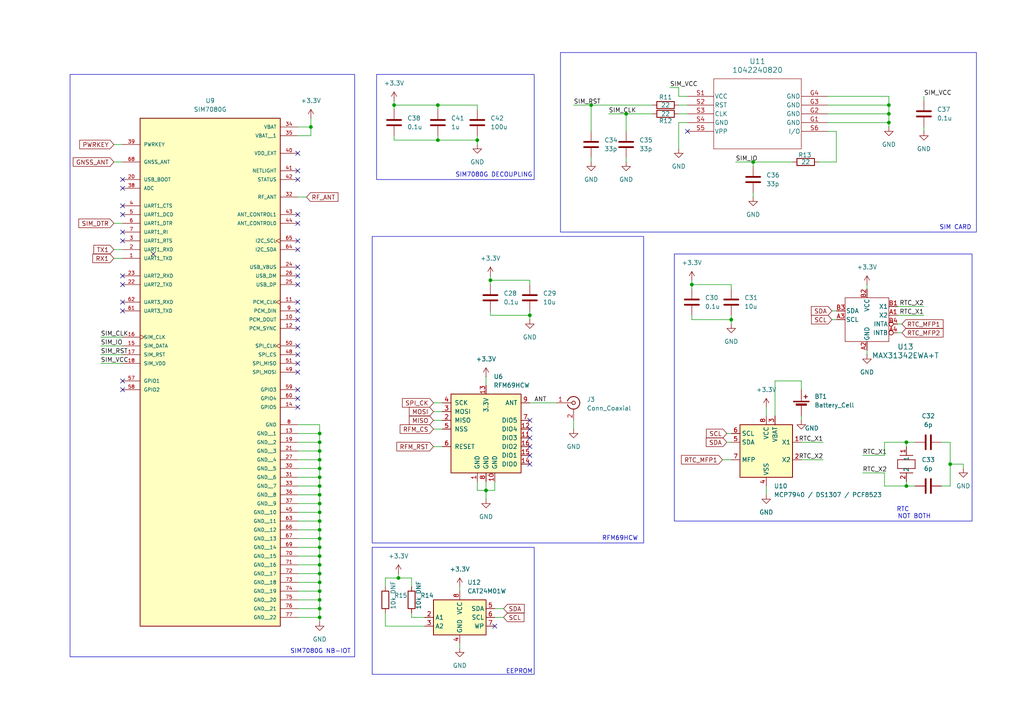
<source format=kicad_sch>
(kicad_sch (version 20231120) (generator "eeschema") (generator_version "8.0")
  (paper "A4")
  (lib_symbols
    (symbol "2024-05-28_14-23-12:SC32S-7PF20PPM" (pin_names (offset 0.254))
      (property "Reference" "XTAL" (at 5.08 4.445 0))
      (property "Value" "SC32S-7PF20PPM" (at 5.08 -4.445 0))
      (symbol "SC32S-7PF20PPM_1_1"
        (polyline (pts (xy 2.54 -1.905) (xy 2.54 1.905)) (stroke (width 0.2032)))
        (polyline (pts (xy 3.81 -2.54) (xy 3.81 2.54)) (stroke (width 0.2032)))
        (polyline (pts (xy 3.81 2.54) (xy 6.35 2.54)) (stroke (width 0.2032)))
        (polyline (pts (xy 6.35 -2.54) (xy 3.81 -2.54)) (stroke (width 0.2032)))
        (polyline (pts (xy 6.35 2.54) (xy 6.35 -2.54)) (stroke (width 0.2032)))
        (polyline (pts (xy 7.62 -1.905) (xy 7.62 1.905)) (stroke (width 0.2032)))
        (pin unspecified line (at 0 0 0) (length 2.54) (name "1") (number "1"))
        (pin unspecified line (at 10.16 0 180) (length 2.54) (name "2") (number "2"))
      )
      (symbol "SC32S-7PF20PPM_1_2"
        (polyline (pts (xy -2.54 3.81) (xy -2.54 6.35)) (stroke (width 0.2032)))
        (polyline (pts (xy -2.54 6.35) (xy 2.54 6.35)) (stroke (width 0.2032)))
        (polyline (pts (xy 1.905 2.54) (xy -1.905 2.54)) (stroke (width 0.2032)))
        (polyline (pts (xy 1.905 7.62) (xy -1.905 7.62)) (stroke (width 0.2032)))
        (polyline (pts (xy 2.54 3.81) (xy -2.54 3.81)) (stroke (width 0.2032)))
        (polyline (pts (xy 2.54 6.35) (xy 2.54 3.81)) (stroke (width 0.2032)))
        (pin unspecified line (at 0 0 90) (length 2.54) (name "1") (number "1"))
        (pin unspecified line (at 0 10.16 270) (length 2.54) (name "2") (number "2"))
      )
    )
    (symbol "2024-08-12_18-24-49:1042240820" (pin_names (offset 0.254))
      (property "Reference" "U" (at 20.32 10.16 0))
      (property "Value" "1042240820" (at 20.32 7.62 0))
      (symbol "1042240820_0_1"
        (polyline (pts (xy 7.62 -15.24) (xy 33.02 -15.24)) (stroke (width 0.127)))
        (polyline (pts (xy 7.62 5.08) (xy 7.62 -15.24)) (stroke (width 0.127)))
        (polyline (pts (xy 33.02 -15.24) (xy 33.02 5.08)) (stroke (width 0.127)))
        (polyline (pts (xy 33.02 5.08) (xy 7.62 5.08)) (stroke (width 0.127)))
        (pin power_out line (at 40.64 -7.62 180) (length 7.62) (name "GND") (number "G1"))
        (pin power_out line (at 40.64 -5.08 180) (length 7.62) (name "GND") (number "G2"))
        (pin power_out line (at 40.64 -2.54 180) (length 7.62) (name "GND") (number "G3"))
        (pin power_out line (at 40.64 0 180) (length 7.62) (name "GND") (number "G4"))
        (pin power_in line (at 0 0 0) (length 7.62) (name "VCC") (number "S1"))
        (pin unspecified line (at 0 -2.54 0) (length 7.62) (name "RST") (number "S2"))
        (pin unspecified line (at 0 -5.08 0) (length 7.62) (name "CLK") (number "S3"))
        (pin power_out line (at 0 -7.62 0) (length 7.62) (name "GND") (number "S4"))
        (pin power_in line (at 0 -10.16 0) (length 7.62) (name "VPP") (number "S5"))
        (pin unspecified line (at 40.64 -10.16 180) (length 7.62) (name "I/O") (number "S6"))
      )
    )
    (symbol "Connector:Conn_Coaxial" (pin_names (offset 1.016) hide)
      (property "Reference" "J" (at 0.254 3.048 0))
      (property "Value" "Conn_Coaxial" (at 2.921 0 90))
      (symbol "Conn_Coaxial_0_1"
        (arc (start -1.778 -0.508) (mid 0.2311 -1.8066) (end 1.778 0) (stroke (width 0.254)))
        (polyline (pts (xy -2.54 0) (xy -0.508 0)))
        (polyline (pts (xy 0 -2.54) (xy 0 -1.778)))
        (circle (center 0 0) (radius 0.508) (stroke (width 0.2032)))
        (arc (start 1.778 0) (mid 0.2099 1.8101) (end -1.778 0.508) (stroke (width 0.254)))
      )
      (symbol "Conn_Coaxial_1_1"
        (pin passive line (at -5.08 0 0) (length 2.54) (name "In") (number "1"))
        (pin passive line (at 0 -5.08 90) (length 2.54) (name "Ext") (number "2"))
      )
    )
    (symbol "Device:Battery_Cell" (pin_numbers hide) (pin_names (offset 0) hide)
      (property "Reference" "BT" (at 2.54 2.54 0))
      (property "Value" "Battery_Cell" (at 2.54 0 0))
      (symbol "Battery_Cell_0_1"
        (rectangle (start -2.286 1.778) (end 2.286 1.524) (fill (type outline)))
        (rectangle (start -1.524 1.016) (end 1.524 0.508) (fill (type outline)))
        (polyline (pts (xy 0 0.762) (xy 0 0)))
        (polyline (pts (xy 0 1.778) (xy 0 2.54)))
        (polyline (pts (xy 0.762 3.048) (xy 1.778 3.048)) (stroke (width 0.254)))
        (polyline (pts (xy 1.27 3.556) (xy 1.27 2.54)) (stroke (width 0.254)))
      )
      (symbol "Battery_Cell_1_1"
        (pin passive line (at 0 5.08 270) (length 2.54) (name "+") (number "1"))
        (pin passive line (at 0 -2.54 90) (length 2.54) (name "-") (number "2"))
      )
    )
    (symbol "Device:C" (pin_numbers hide) (pin_names (offset 0.254))
      (property "Reference" "C" (at 0.635 2.54 0))
      (property "Value" "C" (at 0.635 -2.54 0))
      (symbol "C_0_1"
        (polyline (pts (xy -2.032 -0.762) (xy 2.032 -0.762)) (stroke (width 0.508)))
        (polyline (pts (xy -2.032 0.762) (xy 2.032 0.762)) (stroke (width 0.508)))
      )
      (symbol "C_1_1"
        (pin passive line (at 0 3.81 270) (length 2.794) (name "~") (number "1"))
        (pin passive line (at 0 -3.81 90) (length 2.794) (name "~") (number "2"))
      )
    )
    (symbol "Device:R" (pin_numbers hide) (pin_names (offset 0))
      (property "Reference" "R" (at 2.032 0 90))
      (property "Value" "R" (at 0 0 90))
      (symbol "R_0_1"
        (rectangle (start -1.016 -2.54) (end 1.016 2.54) (stroke (width 0.254)))
      )
      (symbol "R_1_1"
        (pin passive line (at 0 3.81 270) (length 1.27) (name "~") (number "1"))
        (pin passive line (at 0 -3.81 90) (length 1.27) (name "~") (number "2"))
      )
    )
    (symbol "Memory_EEPROM:CAT24M01W"
      (property "Reference" "U" (at 2.54 8.89 0))
      (property "Value" "CAT24M01W" (at 6.35 6.35 0))
      (symbol "CAT24M01W_1_1"
        (rectangle (start -7.62 5.08) (end 7.62 -5.08) (stroke (width 0.254)) (fill (type background)))
        (pin no_connect line (at -7.62 2.54 0) (length 2.54) hide (name "NC") (number "1"))
        (pin input line (at -10.16 0 0) (length 2.54) (name "A1") (number "2"))
        (pin input line (at -10.16 -2.54 0) (length 2.54) (name "A2") (number "3"))
        (pin power_in line (at 0 -7.62 90) (length 2.54) (name "GND") (number "4"))
        (pin bidirectional line (at 10.16 2.54 180) (length 2.54) (name "SDA") (number "5"))
        (pin input line (at 10.16 0 180) (length 2.54) (name "SCL") (number "6"))
        (pin input line (at 10.16 -2.54 180) (length 2.54) (name "WP") (number "7"))
        (pin power_in line (at 0 7.62 270) (length 2.54) (name "VCC") (number "8"))
      )
    )
    (symbol "RF_Module:RFM69HCW" (pin_names (offset 1.016))
      (property "Reference" "U" (at -10.414 11.684 0))
      (property "Value" "RFM69HCW" (at 1.524 11.43 0))
      (symbol "RFM69HCW_0_1"
        (rectangle (start -10.16 10.16) (end 10.16 -12.7) (stroke (width 0.254)) (fill (type background)))
      )
      (symbol "RFM69HCW_1_1"
        (pin power_in line (at -2.54 -15.24 90) (length 2.54) (name "GND") (number "1"))
        (pin power_in line (at 2.54 -15.24 90) (length 2.54) (name "GND") (number "10"))
        (pin bidirectional line (at 12.7 -2.54 180) (length 2.54) (name "DIO3") (number "11"))
        (pin bidirectional line (at 12.7 0 180) (length 2.54) (name "DIO4") (number "12"))
        (pin power_in line (at 0 12.7 270) (length 2.54) (name "3.3V") (number "13"))
        (pin bidirectional line (at 12.7 -10.16 180) (length 2.54) (name "DIO0") (number "14"))
        (pin bidirectional line (at 12.7 -7.62 180) (length 2.54) (name "DIO1") (number "15"))
        (pin bidirectional line (at 12.7 -5.08 180) (length 2.54) (name "DIO2") (number "16"))
        (pin output line (at -12.7 2.54 0) (length 2.54) (name "MISO") (number "2"))
        (pin input line (at -12.7 5.08 0) (length 2.54) (name "MOSI") (number "3"))
        (pin input line (at -12.7 7.62 0) (length 2.54) (name "SCK") (number "4"))
        (pin input line (at -12.7 0 0) (length 2.54) (name "NSS") (number "5"))
        (pin bidirectional line (at -12.7 -5.08 0) (length 2.54) (name "RESET") (number "6"))
        (pin bidirectional line (at 12.7 2.54 180) (length 2.54) (name "DIO5") (number "7"))
        (pin power_in line (at 0 -15.24 90) (length 2.54) (name "GND") (number "8"))
        (pin bidirectional line (at 12.7 7.62 180) (length 2.54) (name "ANT") (number "9"))
      )
    )
    (symbol "SIM7080G:SIM7080G" (pin_names (offset 1.016))
      (property "Reference" "U" (at -20.066 44.196 0))
      (property "Value" "SIM7080G" (at -20.066 -105.156 0))
      (symbol "SIM7080G_0_0"
        (rectangle (start -20.32 -104.14) (end 20.32 43.18) (stroke (width 0.254)) (fill (type background)))
        (pin output line (at -25.4 2.54 0) (length 5.08) (name "UART1_TXD") (number "1"))
        (pin output line (at 25.4 -15.24 180) (length 5.08) (name "PCM_DOUT") (number "10"))
        (pin output clock (at 25.4 -10.16 180) (length 5.08) (name "PCM_CLK") (number "11"))
        (pin output line (at 25.4 -17.78 180) (length 5.08) (name "PCM_SYNC") (number "12"))
        (pin power_in line (at 25.4 -48.26 180) (length 5.08) (name "GND__1") (number "13"))
        (pin bidirectional line (at 25.4 -40.64 180) (length 5.08) (name "GPIO5") (number "14"))
        (pin bidirectional line (at -25.4 -22.86 0) (length 5.08) (name "SIM_DATA") (number "15"))
        (pin output clock (at -25.4 -20.32 0) (length 5.08) (name "SIM_CLK") (number "16"))
        (pin output line (at -25.4 -25.4 0) (length 5.08) (name "SIM_RST") (number "17"))
        (pin output line (at -25.4 -27.94 0) (length 5.08) (name "SIM_VDD") (number "18"))
        (pin power_in line (at 25.4 -50.8 180) (length 5.08) (name "GND__2") (number "19"))
        (pin input line (at -25.4 5.08 0) (length 5.08) (name "UART1_RXD") (number "2"))
        (pin input line (at -25.4 25.4 0) (length 5.08) (name "USB_BOOT") (number "20"))
        (pin power_in line (at 25.4 -53.34 180) (length 5.08) (name "GND__3") (number "21"))
        (pin output line (at -25.4 -5.08 0) (length 5.08) (name "UART2_TXD") (number "22"))
        (pin input line (at -25.4 -2.54 0) (length 5.08) (name "UART2_RXD") (number "23"))
        (pin input line (at 25.4 0 180) (length 5.08) (name "USB_VBUS") (number "24"))
        (pin bidirectional line (at 25.4 -5.08 180) (length 5.08) (name "USB_DP") (number "25"))
        (pin bidirectional line (at 25.4 -2.54 180) (length 5.08) (name "USB_DM") (number "26"))
        (pin power_in line (at 25.4 -55.88 180) (length 5.08) (name "GND__4") (number "27"))
        (pin input line (at -25.4 7.62 0) (length 5.08) (name "UART1_RTS") (number "3"))
        (pin power_in line (at 25.4 -58.42 180) (length 5.08) (name "GND__5") (number "30"))
        (pin power_in line (at 25.4 -60.96 180) (length 5.08) (name "GND__6") (number "31"))
        (pin bidirectional line (at 25.4 20.32 180) (length 5.08) (name "RF_ANT") (number "32"))
        (pin power_in line (at 25.4 -63.5 180) (length 5.08) (name "GND__7") (number "33"))
        (pin power_in line (at 25.4 40.64 180) (length 5.08) (name "VBAT") (number "34"))
        (pin power_in line (at 25.4 38.1 180) (length 5.08) (name "VBAT__1") (number "35"))
        (pin power_in line (at 25.4 -66.04 180) (length 5.08) (name "GND__8") (number "36"))
        (pin power_in line (at 25.4 -68.58 180) (length 5.08) (name "GND__9") (number "37"))
        (pin input line (at -25.4 22.86 0) (length 5.08) (name "ADC") (number "38"))
        (pin input line (at -25.4 35.56 0) (length 5.08) (name "PWRKEY") (number "39"))
        (pin output line (at -25.4 17.78 0) (length 5.08) (name "UART1_CTS") (number "4"))
        (pin output line (at 25.4 33.02 180) (length 5.08) (name "VDD_EXT") (number "40"))
        (pin output line (at 25.4 27.94 180) (length 5.08) (name "NETLIGHT") (number "41"))
        (pin output line (at 25.4 25.4 180) (length 5.08) (name "STATUS") (number "42"))
        (pin bidirectional line (at 25.4 15.24 180) (length 5.08) (name "ANT_CONTROL1") (number "43"))
        (pin output line (at 25.4 12.7 180) (length 5.08) (name "ANT_CONTROL0") (number "44"))
        (pin power_in line (at 25.4 -71.12 180) (length 5.08) (name "GND__10") (number "45"))
        (pin output line (at 25.4 -25.4 180) (length 5.08) (name "SPI_CS") (number "48"))
        (pin output line (at 25.4 -30.48 180) (length 5.08) (name "SPI_MOSI") (number "49"))
        (pin output line (at -25.4 15.24 0) (length 5.08) (name "UART1_DCD") (number "5"))
        (pin output clock (at 25.4 -22.86 180) (length 5.08) (name "SPI_CLK") (number "50"))
        (pin input line (at 25.4 -27.94 180) (length 5.08) (name "SPI_MISO") (number "51"))
        (pin bidirectional line (at -25.4 -33.02 0) (length 5.08) (name "GPIO1") (number "57"))
        (pin bidirectional line (at -25.4 -35.56 0) (length 5.08) (name "GPIO2") (number "58"))
        (pin bidirectional line (at 25.4 -35.56 180) (length 5.08) (name "GPIO3") (number "59"))
        (pin input line (at -25.4 12.7 0) (length 5.08) (name "UART1_DTR") (number "6"))
        (pin bidirectional line (at 25.4 -38.1 180) (length 5.08) (name "GPIO4") (number "60"))
        (pin output line (at -25.4 -12.7 0) (length 5.08) (name "UART3_TXD") (number "61"))
        (pin input line (at -25.4 -10.16 0) (length 5.08) (name "UART3_RXD") (number "62"))
        (pin power_in line (at 25.4 -73.66 180) (length 5.08) (name "GND__11") (number "63"))
        (pin bidirectional line (at 25.4 5.08 180) (length 5.08) (name "I2C_SDA") (number "64"))
        (pin output clock (at 25.4 7.62 180) (length 5.08) (name "I2C_SCL") (number "65"))
        (pin power_in line (at 25.4 -76.2 180) (length 5.08) (name "GND__12") (number "66"))
        (pin power_in line (at 25.4 -78.74 180) (length 5.08) (name "GND__13") (number "67"))
        (pin input line (at -25.4 30.48 0) (length 5.08) (name "GNSS_ANT") (number "68"))
        (pin power_in line (at 25.4 -81.28 180) (length 5.08) (name "GND__14") (number "69"))
        (pin output line (at -25.4 10.16 0) (length 5.08) (name "UART1_RI") (number "7"))
        (pin power_in line (at 25.4 -83.82 180) (length 5.08) (name "GND__15") (number "70"))
        (pin power_in line (at 25.4 -86.36 180) (length 5.08) (name "GND__16") (number "71"))
        (pin power_in line (at 25.4 -88.9 180) (length 5.08) (name "GND__17") (number "72"))
        (pin power_in line (at 25.4 -91.44 180) (length 5.08) (name "GND__18") (number "73"))
        (pin power_in line (at 25.4 -93.98 180) (length 5.08) (name "GND__19") (number "74"))
        (pin power_in line (at 25.4 -96.52 180) (length 5.08) (name "GND__20") (number "75"))
        (pin power_in line (at 25.4 -99.06 180) (length 5.08) (name "GND__21") (number "76"))
        (pin power_in line (at 25.4 -101.6 180) (length 5.08) (name "GND__22") (number "77"))
        (pin power_in line (at 25.4 -45.72 180) (length 5.08) (name "GND") (number "8"))
        (pin input line (at 25.4 -12.7 180) (length 5.08) (name "PCM_DIN") (number "9"))
      )
    )
    (symbol "Timer_RTC:MCP7940N-xP"
      (property "Reference" "U" (at -6.35 8.89 0))
      (property "Value" "MCP7940N-xP" (at 11.43 8.89 0))
      (symbol "MCP7940N-xP_0_1"
        (rectangle (start -7.62 7.62) (end 7.62 -7.62) (stroke (width 0.254)) (fill (type background)))
      )
      (symbol "MCP7940N-xP_1_1"
        (pin input line (at 10.16 2.54 180) (length 2.54) (name "X1") (number "1"))
        (pin output line (at 10.16 -2.54 180) (length 2.54) (name "X2") (number "2"))
        (pin power_in line (at 2.54 10.16 270) (length 2.54) (name "VBAT") (number "3"))
        (pin power_in line (at 0 -10.16 90) (length 2.54) (name "VSS") (number "4"))
        (pin bidirectional line (at -10.16 2.54 0) (length 2.54) (name "SDA") (number "5"))
        (pin input line (at -10.16 5.08 0) (length 2.54) (name "SCL") (number "6"))
        (pin open_collector line (at -10.16 -2.54 0) (length 2.54) (name "MFP") (number "7"))
        (pin power_in line (at 0 10.16 270) (length 2.54) (name "VCC") (number "8"))
      )
    )
    (symbol "WiSDOM:MAX31342EWA+T" (pin_names (offset 0.254))
      (property "Reference" "U13" (at 0.508 9.398 0))
      (property "Value" "MAX31342EWA+T" (at 0.508 6.858 0))
      (symbol "MAX31342EWA+T_1_1"
        (rectangle (start -6.35 -3.81) (end 6.35 -16.51))
        (pin input line (at 8.89 -8.89 180) (length 2.54) (name "X2") (number "A1"))
        (pin input line (at 0 -19.05 90) (length 2.54) (name "GND") (number "A2"))
        (pin input line (at -8.89 -10.16 0) (length 2.54) (name "SCL") (number "A3"))
        (pin input inverted (at 8.89 -13.97 180) (length 2.54) (name "INTB") (number "A4"))
        (pin input line (at 8.89 -6.35 180) (length 2.54) (name "X1") (number "B1"))
        (pin input line (at 0 -1.27 270) (length 2.54) (name "VCC") (number "B2"))
        (pin input line (at -8.89 -7.62 0) (length 2.54) (name "SDA") (number "B3"))
        (pin input inverted (at 8.89 -11.43 180) (length 2.54) (name "INTA") (number "B4"))
      )
    )
    (symbol "power:+3.3V" (power) (pin_numbers hide) (pin_names (offset 0) hide)
      (property "Value" "+3.3V" (at 0 3.556 0))
      (symbol "+3.3V_0_1"
        (polyline (pts (xy -0.762 1.27) (xy 0 2.54)))
        (polyline (pts (xy 0 0) (xy 0 2.54)))
        (polyline (pts (xy 0 2.54) (xy 0.762 1.27)))
      )
      (symbol "+3.3V_1_1"
        (pin power_in line (at 0 0 90) (length 0) (name "~") (number "1"))
      )
    )
    (symbol "power:GND" (power) (pin_numbers hide) (pin_names (offset 0) hide)
      (property "Value" "GND" (at 0 -3.81 0))
      (symbol "GND_0_1"
        (polyline (pts (xy 0 0) (xy 0 -1.27) (xy 1.27 -1.27) (xy 0 -2.54) (xy -1.27 -1.27) (xy 0 -1.27)))
      )
      (symbol "GND_1_1"
        (pin power_in line (at 0 0 270) (length 0) (name "~") (number "1"))
      )
    )
  )
  (junction (at 262.89 140.97))
  (junction (at 90.17 36.83))
  (junction (at 92.71 140.97))
  (junction (at 92.71 176.53))
  (junction (at 257.81 35.56))
  (junction (at 212.09 92.71))
  (junction (at 257.81 33.02))
  (junction (at 140.97 142.24))
  (junction (at 92.71 148.59))
  (junction (at 127 30.48))
  (junction (at 200.66 82.55))
  (junction (at 92.71 156.21))
  (junction (at 114.3 30.48))
  (junction (at 115.57 167.64))
  (junction (at 262.89 128.27))
  (junction (at 138.43 40.64))
  (junction (at 92.71 130.81))
  (junction (at 92.71 138.43))
  (junction (at 92.71 146.05))
  (junction (at 142.24 81.28))
  (junction (at 92.71 158.75))
  (junction (at 257.81 30.48))
  (junction (at 92.71 133.35))
  (junction (at 92.71 161.29))
  (junction (at 92.71 179.07))
  (junction (at 92.71 163.83))
  (junction (at 275.59 134.62))
  (junction (at 153.67 91.44))
  (junction (at 181.61 33.02))
  (junction (at 92.71 173.99))
  (junction (at 127 40.64))
  (junction (at 92.71 168.91))
  (junction (at 92.71 128.27))
  (junction (at 92.71 151.13))
  (junction (at 171.45 30.48))
  (junction (at 92.71 143.51))
  (junction (at 92.71 171.45))
  (junction (at 92.71 166.37))
  (junction (at 218.44 46.99))
  (junction (at 92.71 153.67))
  (junction (at 92.71 135.89))
  (junction (at 92.71 125.73))
  (no_connect (at 86.36 44.45))
  (no_connect (at 86.36 72.39))
  (no_connect (at 86.36 87.63))
  (no_connect (at 153.67 121.92))
  (no_connect (at 86.36 62.23))
  (no_connect (at 35.56 69.85))
  (no_connect (at 35.56 87.63))
  (no_connect (at 143.51 181.61))
  (no_connect (at 153.67 124.46))
  (no_connect (at 86.36 52.07))
  (no_connect (at 86.36 113.03))
  (no_connect (at 35.56 113.03))
  (no_connect (at 86.36 107.95))
  (no_connect (at 153.67 129.54))
  (no_connect (at 44.45 73.66))
  (no_connect (at 86.36 49.53))
  (no_connect (at 153.67 134.62))
  (no_connect (at 199.39 38.1))
  (no_connect (at 35.56 62.23))
  (no_connect (at 153.67 132.08))
  (no_connect (at 35.56 67.31))
  (no_connect (at 86.36 100.33))
  (no_connect (at 86.36 77.47))
  (no_connect (at 35.56 52.07))
  (no_connect (at 86.36 102.87))
  (no_connect (at 35.56 59.69))
  (no_connect (at 86.36 92.71))
  (no_connect (at 153.67 127))
  (no_connect (at 86.36 80.01))
  (no_connect (at 86.36 64.77))
  (no_connect (at 86.36 95.25))
  (no_connect (at 35.56 82.55))
  (no_connect (at 86.36 118.11))
  (no_connect (at 35.56 54.61))
  (no_connect (at 35.56 90.17))
  (no_connect (at 86.36 82.55))
  (no_connect (at 86.36 90.17))
  (no_connect (at 86.36 105.41))
  (no_connect (at 86.36 69.85))
  (no_connect (at 86.36 115.57))
  (no_connect (at 35.56 110.49))
  (no_connect (at 35.56 80.01))
  (wire (pts (xy 86.36 130.81) (xy 92.71 130.81)))
  (wire (pts (xy 92.71 179.07) (xy 92.71 176.53)))
  (wire (pts (xy 86.36 151.13) (xy 92.71 151.13)))
  (wire (pts (xy 138.43 142.24) (xy 140.97 142.24)))
  (wire (pts (xy 138.43 40.64) (xy 127 40.64)))
  (wire (pts (xy 196.85 30.48) (xy 199.39 30.48)))
  (wire (pts (xy 200.66 91.44) (xy 200.66 92.71)))
  (wire (pts (xy 127 39.37) (xy 127 40.64)))
  (wire (pts (xy 241.3 90.17) (xy 242.57 90.17)))
  (wire (pts (xy 29.21 100.33) (xy 35.56 100.33)))
  (wire (pts (xy 240.03 30.48) (xy 257.81 30.48)))
  (wire (pts (xy 181.61 38.1) (xy 181.61 33.02)))
  (wire (pts (xy 125.73 121.92) (xy 128.27 121.92)))
  (wire (pts (xy 251.46 101.6) (xy 251.46 102.87)))
  (wire (pts (xy 111.76 181.61) (xy 123.19 181.61)))
  (wire (pts (xy 222.25 140.97) (xy 222.25 143.51)))
  (wire (pts (xy 262.89 140.97) (xy 265.43 140.97)))
  (wire (pts (xy 212.09 92.71) (xy 212.09 93.98)))
  (wire (pts (xy 86.36 179.07) (xy 92.71 179.07)))
  (wire (pts (xy 273.05 140.97) (xy 275.59 140.97)))
  (wire (pts (xy 275.59 128.27) (xy 273.05 128.27)))
  (wire (pts (xy 171.45 30.48) (xy 189.23 30.48)))
  (wire (pts (xy 92.71 146.05) (xy 92.71 148.59)))
  (wire (pts (xy 196.85 27.94) (xy 199.39 27.94)))
  (wire (pts (xy 92.71 148.59) (xy 92.71 151.13)))
  (wire (pts (xy 142.24 90.17) (xy 142.24 91.44)))
  (wire (pts (xy 250.19 132.08) (xy 256.54 132.08)))
  (wire (pts (xy 92.71 163.83) (xy 92.71 161.29)))
  (wire (pts (xy 240.03 33.02) (xy 257.81 33.02)))
  (wire (pts (xy 240.03 35.56) (xy 257.81 35.56)))
  (wire (pts (xy 257.81 30.48) (xy 257.81 33.02)))
  (wire (pts (xy 181.61 33.02) (xy 189.23 33.02)))
  (wire (pts (xy 86.36 138.43) (xy 92.71 138.43)))
  (wire (pts (xy 232.41 120.65) (xy 232.41 121.92)))
  (wire (pts (xy 86.36 176.53) (xy 92.71 176.53)))
  (wire (pts (xy 267.97 27.94) (xy 267.97 29.21)))
  (wire (pts (xy 111.76 177.8) (xy 111.76 181.61)))
  (wire (pts (xy 275.59 140.97) (xy 275.59 134.62)))
  (wire (pts (xy 86.36 57.15) (xy 88.9 57.15)))
  (wire (pts (xy 232.41 128.27) (xy 238.76 128.27)))
  (wire (pts (xy 218.44 55.88) (xy 218.44 57.15)))
  (wire (pts (xy 127 30.48) (xy 138.43 30.48)))
  (wire (pts (xy 127 40.64) (xy 114.3 40.64)))
  (wire (pts (xy 29.21 105.41) (xy 35.56 105.41)))
  (wire (pts (xy 143.51 179.07) (xy 146.05 179.07)))
  (wire (pts (xy 196.85 33.02) (xy 199.39 33.02)))
  (wire (pts (xy 86.36 168.91) (xy 92.71 168.91)))
  (wire (pts (xy 153.67 91.44) (xy 153.67 90.17)))
  (wire (pts (xy 209.55 133.35) (xy 212.09 133.35)))
  (wire (pts (xy 92.71 128.27) (xy 92.71 130.81)))
  (wire (pts (xy 92.71 168.91) (xy 92.71 166.37)))
  (wire (pts (xy 237.49 46.99) (xy 242.57 46.99)))
  (wire (pts (xy 111.76 170.18) (xy 111.76 167.64)))
  (wire (pts (xy 119.38 179.07) (xy 123.19 179.07)))
  (wire (pts (xy 232.41 113.03) (xy 232.41 110.49)))
  (wire (pts (xy 92.71 143.51) (xy 92.71 146.05)))
  (wire (pts (xy 229.87 46.99) (xy 218.44 46.99)))
  (wire (pts (xy 224.79 110.49) (xy 224.79 120.65)))
  (wire (pts (xy 119.38 167.64) (xy 119.38 170.18)))
  (wire (pts (xy 142.24 81.28) (xy 142.24 82.55)))
  (wire (pts (xy 133.35 170.18) (xy 133.35 171.45)))
  (wire (pts (xy 29.21 102.87) (xy 35.56 102.87)))
  (wire (pts (xy 86.36 171.45) (xy 92.71 171.45)))
  (wire (pts (xy 114.3 31.75) (xy 114.3 30.48)))
  (wire (pts (xy 29.21 97.79) (xy 35.56 97.79)))
  (wire (pts (xy 140.97 142.24) (xy 140.97 144.78)))
  (wire (pts (xy 92.71 180.34) (xy 92.71 179.07)))
  (wire (pts (xy 86.36 166.37) (xy 92.71 166.37)))
  (wire (pts (xy 242.57 38.1) (xy 240.03 38.1)))
  (wire (pts (xy 222.25 118.11) (xy 222.25 120.65)))
  (wire (pts (xy 153.67 91.44) (xy 153.67 92.71)))
  (wire (pts (xy 260.35 88.9) (xy 267.97 88.9)))
  (wire (pts (xy 92.71 153.67) (xy 92.71 151.13)))
  (wire (pts (xy 33.02 72.39) (xy 35.56 72.39)))
  (wire (pts (xy 212.09 83.82) (xy 212.09 82.55)))
  (wire (pts (xy 138.43 139.7) (xy 138.43 142.24)))
  (wire (pts (xy 262.89 140.97) (xy 262.89 139.7)))
  (wire (pts (xy 260.35 91.44) (xy 267.97 91.44)))
  (wire (pts (xy 92.71 158.75) (xy 92.71 156.21)))
  (wire (pts (xy 86.36 135.89) (xy 92.71 135.89)))
  (wire (pts (xy 86.36 153.67) (xy 92.71 153.67)))
  (wire (pts (xy 194.31 25.4) (xy 196.85 25.4)))
  (wire (pts (xy 115.57 167.64) (xy 119.38 167.64)))
  (wire (pts (xy 114.3 29.21) (xy 114.3 30.48)))
  (wire (pts (xy 92.71 123.19) (xy 92.71 125.73)))
  (wire (pts (xy 33.02 46.99) (xy 35.56 46.99)))
  (wire (pts (xy 92.71 156.21) (xy 92.71 153.67)))
  (wire (pts (xy 210.82 125.73) (xy 212.09 125.73)))
  (wire (pts (xy 119.38 177.8) (xy 119.38 179.07)))
  (wire (pts (xy 86.36 143.51) (xy 92.71 143.51)))
  (wire (pts (xy 125.73 129.54) (xy 128.27 129.54)))
  (wire (pts (xy 125.73 116.84) (xy 128.27 116.84)))
  (wire (pts (xy 86.36 128.27) (xy 92.71 128.27)))
  (wire (pts (xy 92.71 171.45) (xy 92.71 168.91)))
  (wire (pts (xy 171.45 45.72) (xy 171.45 46.99)))
  (wire (pts (xy 125.73 119.38) (xy 128.27 119.38)))
  (wire (pts (xy 92.71 135.89) (xy 92.71 138.43)))
  (wire (pts (xy 86.36 161.29) (xy 92.71 161.29)))
  (wire (pts (xy 92.71 140.97) (xy 92.71 143.51)))
  (wire (pts (xy 256.54 137.16) (xy 256.54 140.97)))
  (wire (pts (xy 232.41 110.49) (xy 224.79 110.49)))
  (wire (pts (xy 153.67 81.28) (xy 142.24 81.28)))
  (wire (pts (xy 143.51 139.7) (xy 143.51 142.24)))
  (wire (pts (xy 86.36 163.83) (xy 92.71 163.83)))
  (wire (pts (xy 114.3 40.64) (xy 114.3 39.37)))
  (wire (pts (xy 142.24 91.44) (xy 153.67 91.44)))
  (wire (pts (xy 86.36 133.35) (xy 92.71 133.35)))
  (wire (pts (xy 171.45 38.1) (xy 171.45 30.48)))
  (wire (pts (xy 111.76 167.64) (xy 115.57 167.64)))
  (wire (pts (xy 86.36 148.59) (xy 92.71 148.59)))
  (wire (pts (xy 210.82 128.27) (xy 212.09 128.27)))
  (wire (pts (xy 86.36 140.97) (xy 92.71 140.97)))
  (wire (pts (xy 138.43 30.48) (xy 138.43 31.75)))
  (wire (pts (xy 142.24 80.01) (xy 142.24 81.28)))
  (wire (pts (xy 86.36 125.73) (xy 92.71 125.73)))
  (wire (pts (xy 241.3 92.71) (xy 242.57 92.71)))
  (wire (pts (xy 166.37 121.92) (xy 166.37 124.46)))
  (wire (pts (xy 86.36 146.05) (xy 92.71 146.05)))
  (wire (pts (xy 260.35 96.52) (xy 261.62 96.52)))
  (wire (pts (xy 115.57 166.37) (xy 115.57 167.64)))
  (wire (pts (xy 260.35 93.98) (xy 261.62 93.98)))
  (wire (pts (xy 92.71 125.73) (xy 92.71 128.27)))
  (wire (pts (xy 140.97 109.22) (xy 140.97 111.76)))
  (wire (pts (xy 218.44 46.99) (xy 218.44 48.26)))
  (wire (pts (xy 262.89 129.54) (xy 262.89 128.27)))
  (wire (pts (xy 114.3 30.48) (xy 127 30.48)))
  (wire (pts (xy 92.71 123.19) (xy 86.36 123.19)))
  (wire (pts (xy 92.71 173.99) (xy 92.71 171.45)))
  (wire (pts (xy 86.36 173.99) (xy 92.71 173.99)))
  (wire (pts (xy 86.36 39.37) (xy 90.17 39.37)))
  (wire (pts (xy 166.37 30.48) (xy 171.45 30.48)))
  (wire (pts (xy 256.54 128.27) (xy 256.54 132.08)))
  (wire (pts (xy 232.41 133.35) (xy 238.76 133.35)))
  (wire (pts (xy 275.59 134.62) (xy 275.59 128.27)))
  (wire (pts (xy 257.81 27.94) (xy 257.81 30.48)))
  (wire (pts (xy 200.66 82.55) (xy 200.66 83.82)))
  (wire (pts (xy 240.03 27.94) (xy 257.81 27.94)))
  (wire (pts (xy 279.4 134.62) (xy 275.59 134.62)))
  (wire (pts (xy 140.97 142.24) (xy 143.51 142.24)))
  (wire (pts (xy 242.57 46.99) (xy 242.57 38.1)))
  (wire (pts (xy 138.43 40.64) (xy 138.43 41.91)))
  (wire (pts (xy 140.97 139.7) (xy 140.97 142.24)))
  (wire (pts (xy 176.53 33.02) (xy 181.61 33.02)))
  (wire (pts (xy 200.66 92.71) (xy 212.09 92.71)))
  (wire (pts (xy 143.51 176.53) (xy 146.05 176.53)))
  (wire (pts (xy 256.54 140.97) (xy 262.89 140.97)))
  (wire (pts (xy 250.19 137.16) (xy 256.54 137.16)))
  (wire (pts (xy 213.36 46.99) (xy 218.44 46.99)))
  (wire (pts (xy 262.89 128.27) (xy 265.43 128.27)))
  (wire (pts (xy 33.02 74.93) (xy 35.56 74.93)))
  (wire (pts (xy 92.71 138.43) (xy 92.71 140.97)))
  (wire (pts (xy 86.36 156.21) (xy 92.71 156.21)))
  (wire (pts (xy 92.71 166.37) (xy 92.71 163.83)))
  (wire (pts (xy 196.85 43.18) (xy 196.85 35.56)))
  (wire (pts (xy 196.85 35.56) (xy 199.39 35.56)))
  (wire (pts (xy 125.73 124.46) (xy 128.27 124.46)))
  (wire (pts (xy 181.61 45.72) (xy 181.61 46.99)))
  (wire (pts (xy 90.17 36.83) (xy 86.36 36.83)))
  (wire (pts (xy 92.71 130.81) (xy 92.71 133.35)))
  (wire (pts (xy 196.85 27.94) (xy 196.85 25.4)))
  (wire (pts (xy 257.81 33.02) (xy 257.81 35.56)))
  (wire (pts (xy 279.4 135.89) (xy 279.4 134.62)))
  (wire (pts (xy 200.66 81.28) (xy 200.66 82.55)))
  (wire (pts (xy 251.46 82.55) (xy 251.46 83.82)))
  (wire (pts (xy 212.09 82.55) (xy 200.66 82.55)))
  (wire (pts (xy 267.97 36.83) (xy 267.97 38.1)))
  (wire (pts (xy 33.02 41.91) (xy 35.56 41.91)))
  (wire (pts (xy 86.36 158.75) (xy 92.71 158.75)))
  (wire (pts (xy 257.81 35.56) (xy 257.81 36.83)))
  (wire (pts (xy 153.67 82.55) (xy 153.67 81.28)))
  (wire (pts (xy 127 30.48) (xy 127 31.75)))
  (wire (pts (xy 133.35 186.69) (xy 133.35 187.96)))
  (wire (pts (xy 90.17 39.37) (xy 90.17 36.83)))
  (wire (pts (xy 262.89 128.27) (xy 256.54 128.27)))
  (wire (pts (xy 92.71 161.29) (xy 92.71 158.75)))
  (wire (pts (xy 90.17 34.29) (xy 90.17 36.83)))
  (wire (pts (xy 138.43 39.37) (xy 138.43 40.64)))
  (wire (pts (xy 153.67 116.84) (xy 161.29 116.84)))
  (wire (pts (xy 92.71 176.53) (xy 92.71 173.99)))
  (wire (pts (xy 212.09 92.71) (xy 212.09 91.44)))
  (wire (pts (xy 33.02 64.77) (xy 35.56 64.77)))
  (wire (pts (xy 92.71 133.35) (xy 92.71 135.89)))
  (rectangle (start 107.95 68.58) (end 186.69 157.48))
  (rectangle (start 20.32 21.59) (end 102.87 190.5))
  (rectangle (start 107.95 158.75) (end 154.94 195.58))
  (rectangle (start 109.22 21.59) (end 154.94 52.07))
  (rectangle (start 162.56 15.24) (end 283.21 67.31))
  (rectangle (start 195.58 73.66) (end 281.94 151.13))
  (text "RFM69HCW" (at 179.832 156.21 0) (effects (font (size 1.27 1.27))))
  (text "EEPROM" (at 150.622 194.818 0) (effects (font (size 1.27 1.27))))
  (text "SIM7080G DECOUPLING" (at 143.256 50.8 0) (effects (font (size 1.27 1.27))))
  (text "RTC" (at 261.874 147.828 0) (effects (font (size 1.27 1.27))))
  (text "SIM CARD" (at 277.114 66.04 0) (effects (font (size 1.27 1.27))))
  (text "SIM7080G NB-IOT" (at 92.964 188.976 0) (effects (font (size 1.27 1.27))))
  (text "NOT BOTH" (at 265.176 149.86 0) (effects (font (size 1.27 1.27))))
  (label "SIM_IO" (at 29.21 100.33 0))
  (label "RTC_X2" (at 250.19 137.16 0))
  (label "RTC_X1" (at 250.19 132.08 0))
  (label "SIM_VCC" (at 194.31 25.4 0))
  (label "ANT" (at 154.94 116.84 0))
  (label "RTC_X2" (at 238.76 133.35 180))
  (label "SIM_RST" (at 29.21 102.87 0))
  (label "SIM_CLK" (at 29.21 97.79 0))
  (label "SIM_RST" (at 166.37 30.48 0))
  (label "RTC_X1" (at 267.97 91.44 180))
  (label "SIM_VCC" (at 267.97 27.94 0))
  (label "RTC_X1" (at 238.76 128.27 180))
  (label "SIM_CLK" (at 176.53 33.02 0))
  (label "RTC_X2" (at 267.97 88.9 180))
  (label "SIM_IO" (at 213.36 46.99 0))
  (label "SIM_VCC" (at 29.21 105.41 0))
  (global_label "RTC_MFP1" (shape input) (at 209.55 133.35 180) (property "Intersheetrefs" "${INTERSHEET_REFS}" (effects (hide yes))))
  (global_label "SDA" (shape input) (at 210.82 128.27 180) (property "Intersheetrefs" "${INTERSHEET_REFS}" (effects (hide yes))))
  (global_label "SIM_DTR" (shape input) (at 33.02 64.77 180) (property "Intersheetrefs" "${INTERSHEET_REFS}" (effects (hide yes))))
  (global_label "MOSI" (shape input) (at 125.73 119.38 180) (property "Intersheetrefs" "${INTERSHEET_REFS}" (effects (hide yes))))
  (global_label "RX1" (shape input) (at 33.02 74.93 180) (property "Intersheetrefs" "${INTERSHEET_REFS}" (effects (hide yes))))
  (global_label "SCL" (shape input) (at 210.82 125.73 180) (property "Intersheetrefs" "${INTERSHEET_REFS}" (effects (hide yes))))
  (global_label "RF_ANT" (shape input) (at 88.9 57.15 0) (property "Intersheetrefs" "${INTERSHEET_REFS}" (effects (hide yes))))
  (global_label "TX1" (shape input) (at 33.02 72.39 180) (property "Intersheetrefs" "${INTERSHEET_REFS}" (effects (hide yes))))
  (global_label "GNSS_ANT" (shape input) (at 33.02 46.99 180) (property "Intersheetrefs" "${INTERSHEET_REFS}" (effects (hide yes))))
  (global_label "PWRKEY" (shape input) (at 33.02 41.91 180) (property "Intersheetrefs" "${INTERSHEET_REFS}" (effects (hide yes))))
  (global_label "SPI_CK" (shape input) (at 125.73 116.84 180) (property "Intersheetrefs" "${INTERSHEET_REFS}" (effects (hide yes))))
  (global_label "RTC_MFP1" (shape input) (at 261.62 93.98 0) (property "Intersheetrefs" "${INTERSHEET_REFS}" (effects (hide yes))))
  (global_label "RTC_MFP2" (shape input) (at 261.62 96.52 0) (property "Intersheetrefs" "${INTERSHEET_REFS}" (effects (hide yes))))
  (global_label "RFM_RST" (shape input) (at 125.73 129.54 180) (property "Intersheetrefs" "${INTERSHEET_REFS}" (effects (hide yes))))
  (global_label "RFM_CS" (shape input) (at 125.73 124.46 180) (property "Intersheetrefs" "${INTERSHEET_REFS}" (effects (hide yes))))
  (global_label "SDA" (shape input) (at 241.3 90.17 180) (property "Intersheetrefs" "${INTERSHEET_REFS}" (effects (hide yes))))
  (global_label "MISO" (shape input) (at 125.73 121.92 180) (property "Intersheetrefs" "${INTERSHEET_REFS}" (effects (hide yes))))
  (global_label "SDA" (shape input) (at 146.05 176.53 0) (property "Intersheetrefs" "${INTERSHEET_REFS}" (effects (hide yes))))
  (global_label "SCL" (shape input) (at 241.3 92.71 180) (property "Intersheetrefs" "${INTERSHEET_REFS}" (effects (hide yes))))
  (global_label "SCL" (shape input) (at 146.05 179.07 0) (property "Intersheetrefs" "${INTERSHEET_REFS}" (effects (hide yes))))
  (symbol (lib_id "power:GND") (at 257.81 36.83 0) (unit 1)
    (property "Reference" "#PWR071" (effects (hide yes)))
    (property "Value" "GND" (at 257.81 41.91 0))
    (property "Description" "Power symbol creates a global label with name \"GND\" , ground" (effects (hide yes)))
  )
  (symbol (lib_id "power:GND") (at 218.44 57.15 0) (unit 1)
    (property "Reference" "#PWR070" (effects (hide yes)))
    (property "Value" "GND" (at 218.44 62.23 0))
    (property "Description" "Power symbol creates a global label with name \"GND\" , ground" (effects (hide yes)))
  )
  (symbol (lib_id "power:GND") (at 166.37 124.46 0) (unit 1)
    (property "Reference" "#PWR045" (effects (hide yes)))
    (property "Value" "GND" (at 166.37 129.54 0))
    (property "Description" "Power symbol creates a global label with name \"GND\" , ground" (effects (hide yes)))
  )
  (symbol (lib_id "Device:R") (at 111.76 173.99 0) (unit 1)
    (property "Reference" "R15" (at 114.3 172.7199 0) (effects (justify left)))
    (property "Value" "10k DNF" (at 114.046 176.784 90) (effects (justify left)))
    (property "Footprint" "Resistor_SMD:R_0402_1005Metric_Pad0.72x0.64mm_HandSolder" (effects (hide yes)))
    (property "Description" "Resistor" (effects (hide yes)))
  )
  (symbol (lib_id "RF_Module:RFM69HCW") (at 140.97 124.46 0) (unit 1)
    (property "Reference" "U6" (at 143.1641 109.22 0) (effects (justify left)))
    (property "Value" "RFM69HCW" (at 143.1641 111.76 0) (effects (justify left)))
    (property "Footprint" "RF_Module:HOPERF_RFM9XW_SMD" (effects (hide yes)))
    (property "Datasheet" "https://www.hoperf.com/data/upload/portal/20181127/5bfcb8284d838.pdf" (effects (hide yes)))
    (property "Description" "Low power ISM Radio Transceiver Module, SPI interface, AES encryption, 434 or 915 MHz, up to 100mW, up to 300 kb/s, SMD-16, DIP-16" (effects (hide yes)))
  )
  (symbol (lib_id "Device:C") (at 114.3 35.56 0) (unit 1)
    (property "Reference" "C38" (at 118.11 34.2899 0) (effects (justify left)))
    (property "Value" "0.1u" (at 118.11 36.8299 0) (effects (justify left)))
    (property "Footprint" "Capacitor_SMD:C_0402_1005Metric_Pad0.74x0.62mm_HandSolder" (effects (hide yes)))
    (property "Description" "Unpolarized capacitor" (effects (hide yes)))
  )
  (symbol (lib_id "Device:R") (at 193.04 30.48 90) (unit 1)
    (property "Reference" "R11" (at 193.04 28.194 90))
    (property "Value" "22" (at 193.04 30.48 90))
    (property "Footprint" "Capacitor_SMD:C_0805_2012Metric_Pad1.18x1.45mm_HandSolder" (effects (hide yes)))
    (property "Description" "Resistor" (effects (hide yes)))
  )
  (symbol (lib_id "WiSDOM:MAX31342EWA+T") (at 251.46 82.55 0) (unit 1)
    (property "Reference" "U13" (at 262.636 100.584 0) (effects (font (size 1.524 1.524))))
    (property "Value" "MAX31342EWA+T" (at 262.636 103.124 0) (effects (font (size 1.524 1.524))))
    (property "Footprint" "WiSDOM:21-100291_W80D&plus_1_MXM" (effects (hide yes)))
    (property "Datasheet" "MAX31342EWA+T" (effects (hide yes)))
  )
  (symbol (lib_id "power:GND") (at 212.09 93.98 0) (unit 1)
    (property "Reference" "#PWR051" (effects (hide yes)))
    (property "Value" "GND" (at 212.09 99.06 0))
    (property "Description" "Power symbol creates a global label with name \"GND\" , ground" (effects (hide yes)))
  )
  (symbol (lib_id "power:+3.3V") (at 90.17 34.29 0) (unit 1)
    (property "Reference" "#PWR063" (effects (hide yes)))
    (property "Value" "+3.3V" (at 90.17 29.21 0))
    (property "Description" "Power symbol creates a global label with name \"+3.3V\"" (effects (hide yes)))
  )
  (symbol (lib_id "power:+3.3V") (at 140.97 109.22 0) (unit 1)
    (property "Reference" "#PWR044" (effects (hide yes)))
    (property "Value" "+3.3V" (at 140.97 104.14 0))
    (property "Description" "Power symbol creates a global label with name \"+3.3V\"" (effects (hide yes)))
  )
  (symbol (lib_id "Device:C") (at 142.24 86.36 0) (unit 1)
    (property "Reference" "C28" (at 146.05 85.0899 0) (effects (justify left)))
    (property "Value" "0.1u" (at 146.05 87.6299 0) (effects (justify left)))
    (property "Footprint" "Capacitor_SMD:C_0402_1005Metric_Pad0.74x0.62mm_HandSolder" (effects (hide yes)))
    (property "Description" "Unpolarized capacitor" (effects (hide yes)))
  )
  (symbol (lib_id "power:GND") (at 181.61 46.99 0) (unit 1)
    (property "Reference" "#PWR066" (effects (hide yes)))
    (property "Value" "GND" (at 181.61 52.07 0))
    (property "Description" "Power symbol creates a global label with name \"GND\" , ground" (effects (hide yes)))
  )
  (symbol (lib_id "Connector:Conn_Coaxial") (at 166.37 116.84 0) (unit 1)
    (property "Reference" "J3" (at 170.18 115.8631 0) (effects (justify left)))
    (property "Value" "Conn_Coaxial" (at 170.18 118.4031 0) (effects (justify left)))
    (property "Footprint" "Connector_Coaxial:SMA_Samtec_SMA-J-P-H-ST-EM1_EdgeMount" (effects (hide yes)))
    (property "Description" "coaxial connector (BNC, SMA, SMB, SMC, Cinch/RCA, LEMO, ...)" (effects (hide yes)))
  )
  (symbol (lib_id "power:+3.3V") (at 115.57 166.37 0) (unit 1)
    (property "Reference" "#PWR075" (effects (hide yes)))
    (property "Value" "+3.3V" (at 115.57 161.29 0))
    (property "Description" "Power symbol creates a global label with name \"+3.3V\"" (effects (hide yes)))
  )
  (symbol (lib_id "Device:C") (at 212.09 87.63 0) (unit 1)
    (property "Reference" "C31" (at 215.9 86.3599 0) (effects (justify left)))
    (property "Value" "10u" (at 215.9 88.8999 0) (effects (justify left)))
    (property "Footprint" "Capacitor_SMD:C_0805_2012Metric_Pad1.18x1.45mm_HandSolder" (effects (hide yes)))
    (property "Description" "Unpolarized capacitor" (effects (hide yes)))
  )
  (symbol (lib_id "power:+3.3V") (at 200.66 81.28 0) (unit 1)
    (property "Reference" "#PWR050" (effects (hide yes)))
    (property "Value" "+3.3V" (at 200.66 76.2 0))
    (property "Description" "Power symbol creates a global label with name \"+3.3V\"" (effects (hide yes)))
  )
  (symbol (lib_id "Device:C") (at 171.45 41.91 0) (unit 1)
    (property "Reference" "C34" (at 175.26 40.6399 0) (effects (justify left)))
    (property "Value" "33p" (at 175.26 43.1799 0) (effects (justify left)))
    (property "Footprint" "Capacitor_SMD:C_0402_1005Metric_Pad0.74x0.62mm_HandSolder" (effects (hide yes)))
    (property "Description" "Unpolarized capacitor" (effects (hide yes)))
  )
  (symbol (lib_id "power:GND") (at 140.97 144.78 0) (unit 1)
    (property "Reference" "#PWR043" (effects (hide yes)))
    (property "Value" "GND" (at 140.97 149.86 0))
    (property "Description" "Power symbol creates a global label with name \"GND\" , ground" (effects (hide yes)))
  )
  (symbol (lib_id "Device:C") (at 267.97 33.02 0) (unit 1)
    (property "Reference" "C37" (at 271.78 31.7499 0) (effects (justify left)))
    (property "Value" "0.1u" (at 271.78 34.2899 0) (effects (justify left)))
    (property "Footprint" "Capacitor_SMD:C_0402_1005Metric_Pad0.74x0.62mm_HandSolder" (effects (hide yes)))
    (property "Description" "Unpolarized capacitor" (effects (hide yes)))
  )
  (symbol (lib_id "power:GND") (at 171.45 46.99 0) (unit 1)
    (property "Reference" "#PWR065" (effects (hide yes)))
    (property "Value" "GND" (at 171.45 52.07 0))
    (property "Description" "Power symbol creates a global label with name \"GND\" , ground" (effects (hide yes)))
  )
  (symbol (lib_id "Device:R") (at 119.38 173.99 0) (unit 1)
    (property "Reference" "R14" (at 121.92 172.7199 0) (effects (justify left)))
    (property "Value" "10k DNF" (at 121.412 176.784 90) (effects (justify left)))
    (property "Footprint" "Resistor_SMD:R_0402_1005Metric_Pad0.72x0.64mm_HandSolder" (effects (hide yes)))
    (property "Description" "Resistor" (effects (hide yes)))
  )
  (symbol (lib_id "2024-08-12_18-24-49:1042240820") (at 199.39 27.94 0) (unit 1)
    (property "Reference" "U11" (at 219.71 17.78 0) (effects (font (size 1.524 1.524))))
    (property "Value" "1042240820" (at 219.71 20.32 0) (effects (font (size 1.524 1.524))))
    (property "Footprint" "WiSDOM:1042240820_MOL" (effects (hide yes)))
    (property "Datasheet" "1042240820" (effects (hide yes)))
  )
  (symbol (lib_id "Device:C") (at 127 35.56 0) (unit 1)
    (property "Reference" "C41" (at 130.81 34.2899 0) (effects (justify left)))
    (property "Value" "1u" (at 130.81 36.8299 0) (effects (justify left)))
    (property "Footprint" "Capacitor_SMD:C_0805_2012Metric_Pad1.18x1.45mm_HandSolder" (effects (hide yes)))
    (property "Description" "Unpolarized capacitor" (effects (hide yes)))
  )
  (symbol (lib_id "power:GND") (at 138.43 41.91 0) (unit 1)
    (property "Reference" "#PWR069" (effects (hide yes)))
    (property "Value" "GND" (at 138.43 46.99 0))
    (property "Description" "Power symbol creates a global label with name \"GND\" , ground" (effects (hide yes)))
  )
  (symbol (lib_id "power:GND") (at 92.71 180.34 0) (unit 1)
    (property "Reference" "#PWR064" (effects (hide yes)))
    (property "Value" "GND" (at 92.71 185.42 0))
    (property "Description" "Power symbol creates a global label with name \"GND\" , ground" (effects (hide yes)))
  )
  (symbol (lib_id "Device:C") (at 153.67 86.36 0) (unit 1)
    (property "Reference" "C29" (at 157.48 85.0899 0) (effects (justify left)))
    (property "Value" "10u" (at 157.48 87.6299 0) (effects (justify left)))
    (property "Footprint" "Capacitor_SMD:C_0805_2012Metric_Pad1.18x1.45mm_HandSolder" (effects (hide yes)))
    (property "Description" "Unpolarized capacitor" (effects (hide yes)))
  )
  (symbol (lib_id "power:GND") (at 279.4 135.89 0) (unit 1)
    (property "Reference" "#PWR052" (effects (hide yes)))
    (property "Value" "GND" (at 279.4 140.97 0))
    (property "Description" "Power symbol creates a global label with name \"GND\" , ground" (effects (hide yes)))
  )
  (symbol (lib_id "power:GND") (at 133.35 187.96 0) (unit 1)
    (property "Reference" "#PWR074" (effects (hide yes)))
    (property "Value" "GND" (at 133.35 193.04 0))
    (property "Description" "Power symbol creates a global label with name \"GND\" , ground" (effects (hide yes)))
  )
  (symbol (lib_id "power:GND") (at 222.25 143.51 0) (unit 1)
    (property "Reference" "#PWR047" (effects (hide yes)))
    (property "Value" "GND" (at 222.25 148.59 0))
    (property "Description" "Power symbol creates a global label with name \"GND\" , ground" (effects (hide yes)))
  )
  (symbol (lib_id "Device:C") (at 269.24 140.97 90) (unit 1)
    (property "Reference" "C33" (at 269.24 133.35 90))
    (property "Value" "6p" (at 269.24 135.89 90))
    (property "Footprint" "Capacitor_SMD:C_0201_0603Metric_Pad0.64x0.40mm_HandSolder" (effects (hide yes)))
    (property "Description" "Unpolarized capacitor" (effects (hide yes)))
  )
  (symbol (lib_id "Memory_EEPROM:CAT24M01W") (at 133.35 179.07 0) (unit 1)
    (property "Reference" "U12" (at 135.5441 168.91 0) (effects (justify left)))
    (property "Value" "CAT24M01W" (at 135.5441 171.45 0) (effects (justify left)))
    (property "Footprint" "Package_SO:SOIC-8_3.9x4.9mm_P1.27mm" (effects (hide yes)))
    (property "Datasheet" "https://www.onsemi.com/pub/Collateral/CAT24M01-D.PDF" (effects (hide yes)))
    (property "Description" "1 Mb I2C CMOS Serial EEPROM, SOIC-8" (effects (hide yes)))
  )
  (symbol (lib_id "Device:C") (at 138.43 35.56 0) (unit 1)
    (property "Reference" "C42" (at 142.24 34.2899 0) (effects (justify left)))
    (property "Value" "100u" (at 142.24 36.8299 0) (effects (justify left)))
    (property "Footprint" "Capacitor_SMD:C_0805_2012Metric_Pad1.18x1.45mm_HandSolder" (effects (hide yes)))
    (property "Description" "Unpolarized capacitor" (effects (hide yes)))
  )
  (symbol (lib_id "power:+3.3V") (at 114.3 29.21 0) (unit 1)
    (property "Reference" "#PWR068" (effects (hide yes)))
    (property "Value" "+3.3V" (at 114.3 24.13 0))
    (property "Description" "Power symbol creates a global label with name \"+3.3V\"" (effects (hide yes)))
  )
  (symbol (lib_id "Device:C") (at 200.66 87.63 0) (unit 1)
    (property "Reference" "C30" (at 204.47 86.3599 0) (effects (justify left)))
    (property "Value" "0.1u" (at 204.47 88.8999 0) (effects (justify left)))
    (property "Footprint" "Capacitor_SMD:C_0402_1005Metric_Pad0.74x0.62mm_HandSolder" (effects (hide yes)))
    (property "Description" "Unpolarized capacitor" (effects (hide yes)))
  )
  (symbol (lib_id "power:GND") (at 196.85 43.18 0) (unit 1)
    (property "Reference" "#PWR067" (effects (hide yes)))
    (property "Value" "GND" (at 196.85 48.26 0))
    (property "Description" "Power symbol creates a global label with name \"GND\" , ground" (effects (hide yes)))
  )
  (symbol (lib_id "Device:Battery_Cell") (at 232.41 118.11 0) (unit 1)
    (property "Reference" "BT1" (at 236.22 114.9984 0) (effects (justify left)))
    (property "Value" "Battery_Cell" (at 236.22 117.5384 0) (effects (justify left)))
    (property "Footprint" "WiSDOM:BAT_BAT-HLD-001-THM" (effects (hide yes)))
    (property "Description" "Single-cell battery" (effects (hide yes)))
  )
  (symbol (lib_id "power:+3.3V") (at 222.25 118.11 0) (unit 1)
    (property "Reference" "#PWR046" (effects (hide yes)))
    (property "Value" "+3.3V" (at 222.25 113.03 0))
    (property "Description" "Power symbol creates a global label with name \"+3.3V\"" (effects (hide yes)))
  )
  (symbol (lib_id "power:GND") (at 232.41 121.92 0) (unit 1)
    (property "Reference" "#PWR062" (effects (hide yes)))
    (property "Value" "GND" (at 235.458 124.206 0))
    (property "Description" "Power symbol creates a global label with name \"GND\" , ground" (effects (hide yes)))
  )
  (symbol (lib_id "Device:R") (at 193.04 33.02 90) (unit 1)
    (property "Reference" "R12" (at 193.04 35.052 90))
    (property "Value" "22" (at 193.04 33.02 90))
    (property "Footprint" "Capacitor_SMD:C_0805_2012Metric_Pad1.18x1.45mm_HandSolder" (effects (hide yes)))
    (property "Description" "Resistor" (effects (hide yes)))
  )
  (symbol (lib_id "Device:C") (at 269.24 128.27 90) (unit 1)
    (property "Reference" "C32" (at 269.24 120.65 90))
    (property "Value" "6p" (at 269.24 123.19 90))
    (property "Footprint" "Capacitor_SMD:C_0201_0603Metric_Pad0.64x0.40mm_HandSolder" (effects (hide yes)))
    (property "Description" "Unpolarized capacitor" (effects (hide yes)))
  )
  (symbol (lib_id "Device:C") (at 181.61 41.91 0) (unit 1)
    (property "Reference" "C35" (at 185.42 40.6399 0) (effects (justify left)))
    (property "Value" "33p" (at 185.42 43.1799 0) (effects (justify left)))
    (property "Footprint" "Capacitor_SMD:C_0402_1005Metric_Pad0.74x0.62mm_HandSolder" (effects (hide yes)))
    (property "Description" "Unpolarized capacitor" (effects (hide yes)))
  )
  (symbol (lib_id "SIM7080G:SIM7080G") (at 60.96 77.47 0) (unit 1)
    (property "Reference" "U9" (at 60.96 29.21 0))
    (property "Value" "SIM7080G" (at 60.96 31.75 0))
    (property "Footprint" "WiSDOM:XCVR_SIM7080G" (effects (hide yes)))
    (property "PARTREV" "1.04" (effects (hide yes)))
    (property "STANDARD" "Manufacturer Recommendation" (effects (hide yes)))
    (property "MAXIMUM_PACKAGE_HEIGHT" "2.6 mm" (effects (hide yes)))
    (property "MANUFACTURER" "SIMCOM" (effects (hide yes)))
  )
  (symbol (lib_id "power:GND") (at 267.97 38.1 0) (unit 1)
    (property "Reference" "#PWR072" (effects (hide yes)))
    (property "Value" "GND" (at 267.97 43.18 0))
    (property "Description" "Power symbol creates a global label with name \"GND\" , ground" (effects (hide yes)))
  )
  (symbol (lib_id "power:GND") (at 153.67 92.71 0) (unit 1)
    (property "Reference" "#PWR049" (effects (hide yes)))
    (property "Value" "GND" (at 153.67 97.79 0))
    (property "Description" "Power symbol creates a global label with name \"GND\" , ground" (effects (hide yes)))
  )
  (symbol (lib_id "power:+3.3V") (at 251.46 82.55 0) (unit 1)
    (property "Reference" "#PWR083" (effects (hide yes)))
    (property "Value" "+3.3V" (at 251.46 77.47 0))
    (property "Description" "Power symbol creates a global label with name \"+3.3V\"" (effects (hide yes)))
  )
  (symbol (lib_id "power:GND") (at 251.46 102.87 0) (unit 1)
    (property "Reference" "#PWR084" (effects (hide yes)))
    (property "Value" "GND" (at 251.46 107.95 0))
    (property "Description" "Power symbol creates a global label with name \"GND\" , ground" (effects (hide yes)))
  )
  (symbol (lib_id "Timer_RTC:MCP7940N-xP") (at 222.25 130.81 0) (unit 1)
    (property "Reference" "U10" (at 224.4441 140.97 0) (effects (justify left)))
    (property "Value" "MCP7940 / DS1307 / PCF8523" (at 224.4441 143.51 0) (effects (justify left)))
    (property "Footprint" "Package_SO:SOIC-8_3.9x4.9mm_P1.27mm" (effects (hide yes)))
    (property "Datasheet" "http://ww1.microchip.com/downloads/en/DeviceDoc/20005010F.pdf" (effects (hide yes)))
    (property "Description" "Real-Time Clock, I2C, Battery Backup, DIP-8" (effects (hide yes)))
  )
  (symbol (lib_id "power:+3.3V") (at 142.24 80.01 0) (unit 1)
    (property "Reference" "#PWR048" (effects (hide yes)))
    (property "Value" "+3.3V" (at 142.24 74.93 0))
    (property "Description" "Power symbol creates a global label with name \"+3.3V\"" (effects (hide yes)))
  )
  (symbol (lib_id "Device:R") (at 233.68 46.99 90) (unit 1)
    (property "Reference" "R13" (at 233.426 44.958 90))
    (property "Value" "22" (at 233.68 46.99 90))
    (property "Footprint" "Capacitor_SMD:C_0805_2012Metric_Pad1.18x1.45mm_HandSolder" (effects (hide yes)))
    (property "Description" "Resistor" (effects (hide yes)))
  )
  (symbol (lib_id "power:+3.3V") (at 133.35 170.18 0) (unit 1)
    (property "Reference" "#PWR073" (effects (hide yes)))
    (property "Value" "+3.3V" (at 133.35 165.1 0))
    (property "Description" "Power symbol creates a global label with name \"+3.3V\"" (effects (hide yes)))
  )
  (symbol (lib_id "2024-05-28_14-23-12:SC32S-7PF20PPM") (at 262.89 129.54 270) (unit 1)
    (property "Reference" "XTAL1" (effects (hide yes)))
    (property "Value" "SC32S-7PF20PPM" (effects (hide yes)))
    (property "Footprint" "WiSDOM:XTAL_SC32S-7PF20PPM_EPS" (effects (hide yes)))
    (property "Datasheet" "SC32S-7PF20PPM" (effects (hide yes)))
  )
  (symbol (lib_id "Device:C") (at 218.44 52.07 0) (unit 1)
    (property "Reference" "C36" (at 222.25 50.7999 0) (effects (justify left)))
    (property "Value" "33p" (at 222.25 53.3399 0) (effects (justify left)))
    (property "Footprint" "Capacitor_SMD:C_0402_1005Metric_Pad0.74x0.62mm_HandSolder" (effects (hide yes)))
    (property "Description" "Unpolarized capacitor" (effects (hide yes)))
  )
)
</source>
